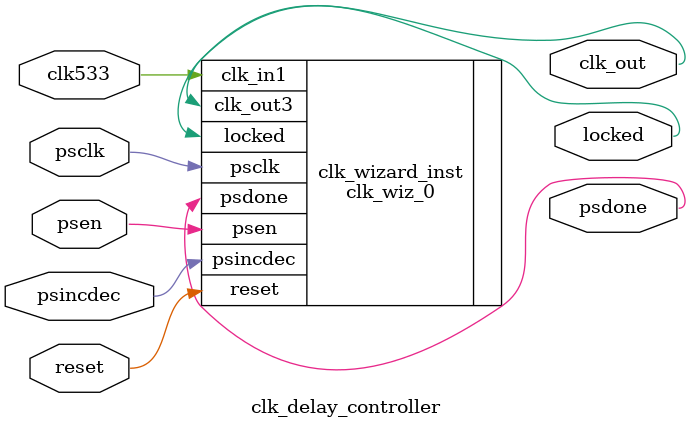
<source format=v>
`timescale 1ns / 1ps


module clk_delay_controller(
    input wire clk533,       
    input wire reset,        
    input wire psclk,        
    input wire psen,         
    input wire psincdec,     
    output wire clk_out,     
    output wire locked,      
    output wire psdone       
);

    
    clk_wiz_0 clk_wizard_inst (
        .clk_in1(clk533),
        .reset(reset),
        .psclk(psclk),
        .psen(psen),
        .psincdec(psincdec),
        .clk_out3(clk_out),
        .locked(locked),
        .psdone(psdone)
    );
endmodule

</source>
